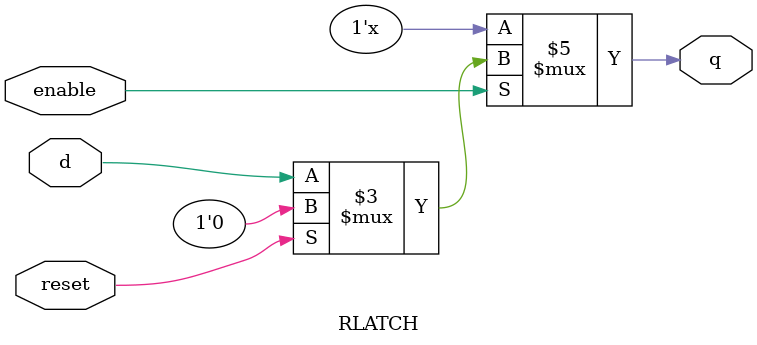
<source format=v>
module RLATCH(input d, reset, enable, output reg q);
always @( d or enable or reset)
    if(enable)
	    if(reset)
		    q <= 0;
		else	
	        q <= d;
endmodule
</source>
